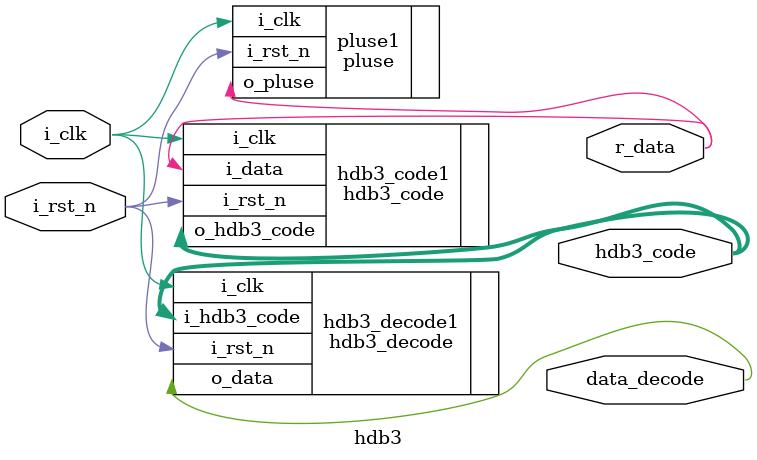
<source format=v>
module hdb3(
	input i_clk,
	input i_rst_n,
	output data_decode,
	output [1:0] hdb3_code,
	output r_data
);

	//wire data;
	//wire [1:0] hdb3_code;
	//wire clk_1ms;
	/*
	defparam divider.T = 49;
	divider divider(
		.i_clk(i_clk),
		.i_rst_n(i_rst_n),
		.clk_1ms(clk_1ms)
	);
	*/

	pluse pluse1(
		.i_clk(i_clk),    // Clock
		.i_rst_n(i_rst_n),
		.o_pluse(r_data)
	);

	hdb3_code hdb3_code1(
		 .i_rst_n(i_rst_n),
		 .i_clk(i_clk),
		 .i_data(r_data),
		 .o_hdb3_code(hdb3_code)
	);

	hdb3_decode hdb3_decode1(
		.i_rst_n(i_rst_n),
		.i_clk(i_clk),
		.i_hdb3_code(hdb3_code),
		.o_data(data_decode)
	);

endmodule


</source>
